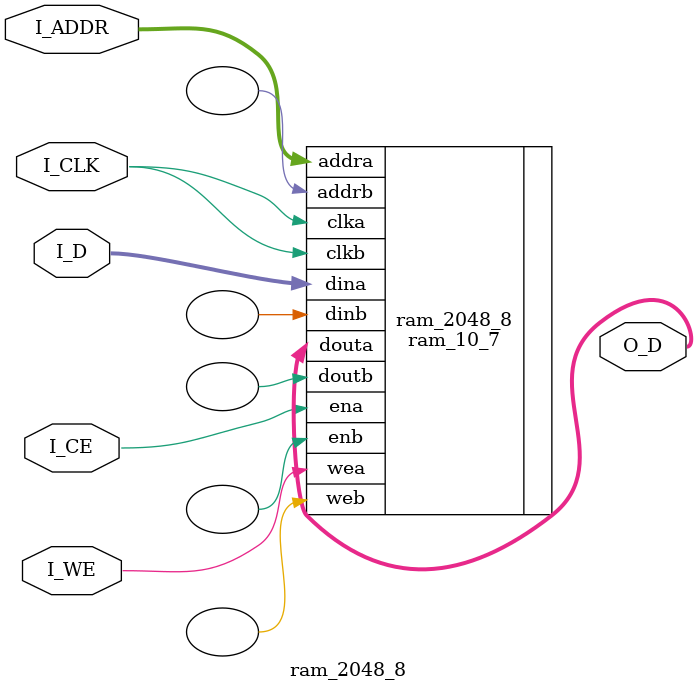
<source format=v>

module  ram_1024_8_8
(
	input  I_CLKA,I_CLKB,
	input  [9:0]I_ADDRA,I_ADDRB,
	input  [7:0]I_DA,I_DB,
	input  I_CEA,I_CEB,
	input  I_WEA,I_WEB,
	output [7:0]O_DA,O_DB
);

wire   [7:0]W_DOA,W_DOB;
assign O_DA = I_CEA ? W_DOA : 8'h00;
assign O_DB = I_CEB ? W_DOB : 8'h00;

ram_9_7 ram_1024_8_8(
    .clka(I_CLKA),
    .addra(I_ADDRA),
    .dina(I_DA),
    .ena(I_CEA),
    .wea(I_WEA),
    .douta(W_DOA),
    
    .clkb(I_CLKB),
    .addrb(I_ADDRB),
    .dinb(I_DB),
    .enb(I_CEB),
    .web(I_WEB),
    .doutb(W_DOB)
    
);
/*
dpram #(10,8) ram_1024_8_8
(
	.clock_a(I_CLKA),
	.address_a(I_ADDRA),
	.data_a(I_DA),
	.enable_a(I_CEA),	
	.wren_a(I_WEA),
	.q_a(W_DOA),

	.clock_b(I_CLKB),
	.address_b(I_ADDRB),
	.data_b(I_DB),
	.enable_b(I_CEB),
	.wren_b(I_WEB),
	.q_b(W_DOB)
);
*/

endmodule

/////////////////////////////////////////////////////////////////////

module  ram_1024_8
(
	input  I_CLK,
	input  [9:0]I_ADDR,
	input  [7:0]I_D,
	input  I_CE,
	input  I_WE,
	output [7:0]O_D
);

wire   [7:0]W_DO;
assign O_D = I_CE ? W_DO : 8'h00;

ram_9_7 ram_1024_8(
    .clka(I_CLK),
    .addra(I_ADDR),
    .dina(I_D),
    .ena(I_CE),
    .wea(I_WE),
    .douta(W_DO),
    
    .clkb(I_CLK),
    .addrb(),
    .dinb(),
    .enb(),
    .web(),
    .doutb()
    
);

/*
dpram #(10,8) ram_1024_8
(
	.clock_a(I_CLK),
	.address_a(I_ADDR),
	.data_a(I_D),
	.wren_a(I_WE),
	.enable_a(I_CE),
	.q_a(W_DO),

	.clock_b(I_CLK)
);
*/

endmodule

/////////////////////////////////////////////////////////////////////

module  ram_2N
(
	input  I_CLK,
	input  [7:0]I_ADDR,
	input  [3:0]I_D,
	input  I_CE,
	input  I_WE,
	output [3:0]O_D
);

ram_3_7 ram_256_4(
    .clka(I_CLK),
    .addra(I_ADDR),
    .dina(I_D),
    .ena(I_CE),
    .wea(I_WE),
    .douta(O_DO),
    
    .clkb(I_CLK),
    .addrb(),
    .dinb(),
    .enb(),
    .web(),
    .doutb()
);

/*
dpram #(8,4) ram_256_4
(
	.clock_a(I_CLK),
	.address_a(I_ADDR),
	.data_a(I_D),
	.wren_a(I_WE),
	.enable_a(I_CE),
	.q_a(O_D),

	.clock_b(I_CLK)
);
*/

endmodule

/////////////////////////////////////////////////////////////////////

module  ram_2EH7M
(
	input  I_CLKA,I_CLKB,
	input  [7:0]I_ADDRA,
	input  [5:0]I_ADDRB,
	input  [5:0]I_DA,
	input  [8:0]I_DB,
	input  I_CEA,I_CEB,
	input  I_WEA,I_WEB,
	output [5:0]O_DA,
	output [8:0]O_DB
);

ram_7_5 ram_256_6(
    .clka(I_CLKA),
    .addra(I_ADDRA),
    .dina(I_DA),
    .ena(I_CEA),
    .wea(I_WEA),
    .douta(O_DA),
    
    .clkb(I_CLKA),
    .addrb(),
    .dinb(),
    .enb(),
    .web(),
    .doutb()
);

/*
dpram #(8,6) ram_256_6
(
	.clock_a(I_CLKA),
	.address_a(I_ADDRA),
	.data_a(I_DA),
	.enable_a(I_CEA),	
	.wren_a(I_WEA),
	.q_a(O_DA),

	.clock_b(I_CLKA)
);
*/

ram_5_8 ram_64_9(
    .clka(I_CLKB),
    .addra(I_ADDRB),
    .dina(I_DB),
    .ena(I_CEB),
    .wea(I_WEB),
    .douta(O_DB),
    
    .clkb(I_CLKB),
    .addrb(),
    .dinb(),
    .enb(),
    .web(),
    .doutb()
);
/*
dpram #(6,9) ram_64_9
(
	.clock_a(I_CLKB),
	.address_a(I_ADDRB),
	.data_a(I_DB),
	.enable_a(I_CEB),
	.wren_a(I_WEB),
	.q_a(O_DB),

	.clock_b(I_CLKB)
);
*/
endmodule

/////////////////////////////////////////////////////////////////////

module  ram_2EF
(
	input  I_CLKA,I_CLKB,
	input  [7:0]I_ADDRA,I_ADDRB,
	input  [7:0]I_DA,I_DB,
	input  I_CEA,I_CEB,
	input  I_WEA,I_WEB,
	output [7:0]O_DA,O_DB
);


ram_7_7 ram_512_8(
    .clka(I_CLKA),
    .addra({1'b0,I_ADDRA}),
    .dina(I_DA),
    .ena(I_CEA),
    .wea(I_WEA),
    .douta(O_DA),
    
    .clkb(I_CLKB),
    .addrb({1'b1,I_ADDRB}),
    .dinb(I_DB),
    .enb(I_CEB),
    .web(I_WEB),
    .doutb(O_DB)
);

/*
dpram #(9,8) ram_512_8
(
	.clock_a(I_CLKA),
	.address_a({1'b0,I_ADDRA}),
	.data_a(I_DA),
	.enable_a(I_CEA),	
	.wren_a(I_WEA),
	.q_a(O_DA),

	.clock_b(I_CLKB),
	.address_b({1'b1,I_ADDRB}),
	.data_b(I_DB),
	.enable_b(I_CEB),
	.wren_b(I_WEB),
	.q_b(O_DB)
);
*/

endmodule

/////////////////////////////////////////////////////////////////////

module  double_scan
(
	input  I_CLKA,I_CLKB,
	input  [8:0]I_ADDRA,I_ADDRB,
	input  [7:0]I_DA,I_DB,
	input  I_CEA,I_CEB,
	input  I_WEA,I_WEB,
	output [7:0]O_DA,O_DB
);

ram_7_7 ram_512_8(
    .clka(I_CLKA),
    .addra(I_ADDRA),
    .dina(I_DA),
    .ena(I_CEA),
    .wea(I_WEA),
    .douta(O_DA),
    
    .clkb(I_CLKB),
    .addrb(I_ADDRB),
    .dinb(I_DB),
    .enb(I_CEB),
    .web(I_WEB),
    .doutb(O_DB)
);
/*
dpram #(9,8) ram_512_8
(
	.clock_a(I_CLKA),
	.address_a(I_ADDRA),
	.data_a(I_DA),
	.enable_a(I_CEA),	
	.wren_a(I_WEA),
	.q_a(O_DA),

	.clock_b(I_CLKB),
	.address_b(I_ADDRB),
	.data_b(I_DB),
	.enable_b(I_CEB),
	.wren_b(I_WEB),
	.q_b(O_DB)
);
*/

endmodule

/////////////////////////////////////////////////////////////////////

module  ram_64_8
(
	input  I_CLK,
	input  [5:0]I_ADDR,
	input  [7:0]I_D,
	input  I_CE,
	input  I_WE,
	output [7:0]O_D
);

ram_5_7 ram_64_8(
    .clka(I_CLK),
    .addra(I_ADDR),
    .dina(I_D),
    .ena(I_CE),
    .wea(I_WE),
    .douta(O_D),
    
    .clkb(I_CLK),
    .addrb(),
    .dinb(),
    .enb(),
    .web(),
    .doutb()
);

/*
dpram #(6,8) ram_64_8
(
	.clock_a(I_CLK),
	.address_a(I_ADDR),
	.data_a(I_D),
	.wren_a(I_WE),
	.enable_a(I_CE),
	.q_a(O_D),
	
	.clock_b(I_CLK)
);
*/

endmodule

/////////////////////////////////////////////////////////////////////

module  ram_2048_8
(
	input  I_CLK,
	input  [10:0]I_ADDR,
	input  [7:0]I_D,
	input  I_CE,
	input  I_WE,
	output [7:0]O_D
);

ram_10_7 ram_2048_8(
    .clka(I_CLK),
    .addra(I_ADDR),
    .dina(I_D),
    .ena(I_CE),
    .wea(I_WE),
    .douta(O_D),
    
    .clkb(I_CLK),
    .addrb(),
    .dinb(),
    .enb(),
    .web(),
    .doutb()
);

/*
dpram #(11,8) ram_2048_8
(
	.clock_a(I_CLK),
	.address_a(I_ADDR),
	.data_a(I_D),
	.wren_a(I_WE),
	.enable_a(I_CE),
	.q_a(O_D),

	.clock_b(I_CLK)
);
*/

endmodule

</source>
